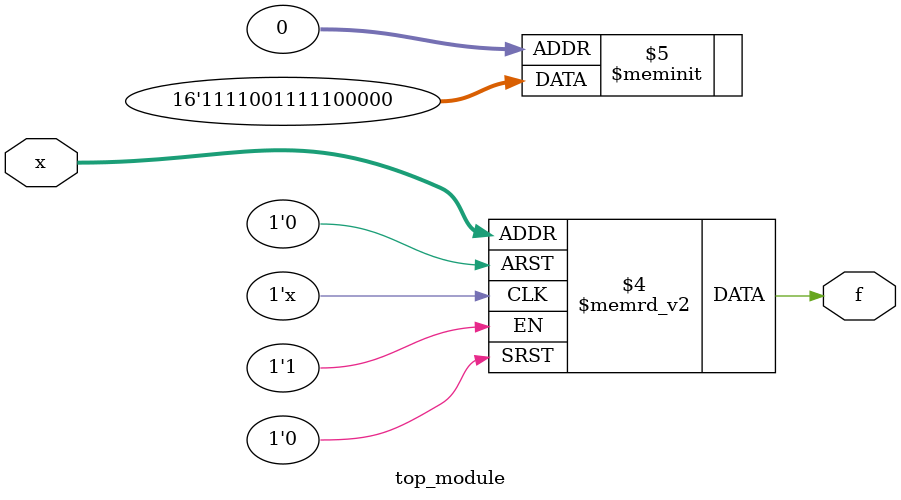
<source format=sv>
module top_module (
    input [4:1] x,
    output logic f
);

    always_comb begin
        case (x)
            4'b0001: f = 1'b0;
            4'b0100: f = 1'b0;
            4'b0101: f = 1'b1;
            4'b0110: f = 1'b1;
            4'b0111: f = 1'b1;
            4'b1000: f = 1'b1;
            4'b1001: f = 1'b1;
            4'b1010: f = 1'b0;
            4'b1011: f = 1'b0;
            4'b1100: f = 1'b1;
            4'b1101: f = 1'b1;
            4'b1110: f = 1'b1;
            4'b1111: f = 1'b1;
            default: f = 1'b0; // It is safer to default to 0 if unspecified cases occur
        endcase
    end

endmodule

</source>
